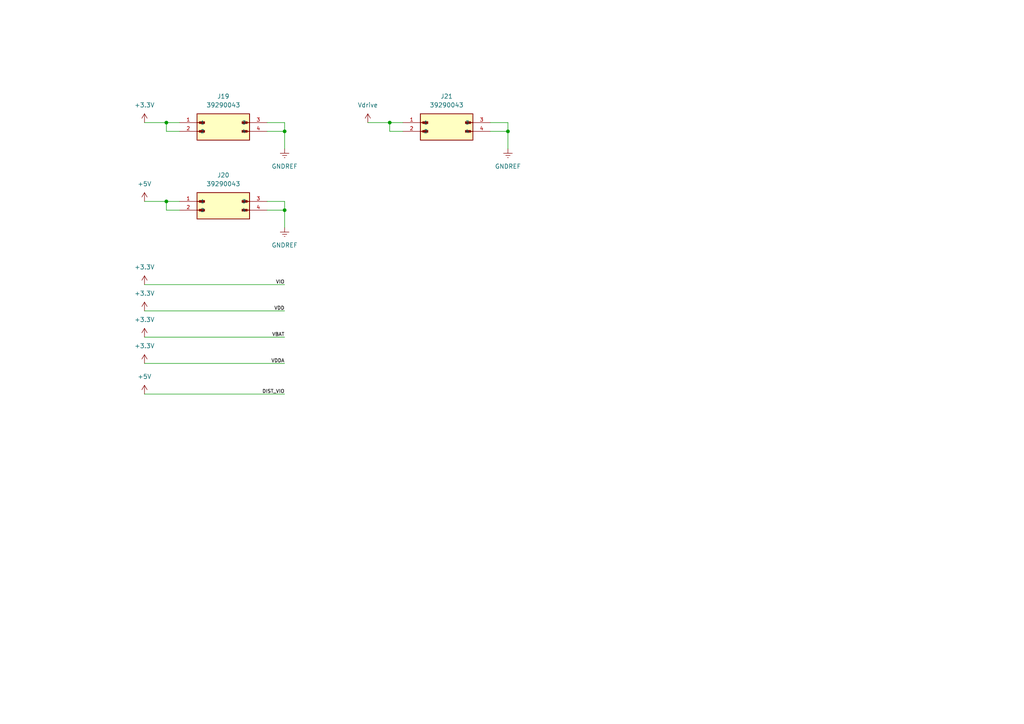
<source format=kicad_sch>
(kicad_sch (version 20230121) (generator eeschema)
  (paper "A4")
  (lib_symbols
    (symbol "MiniFit:39290043" (pin_names (offset 1.016))
      (property "Reference" "J" (at -7.62 3.81 0))
      (property "Value" "39290043" (at -7.62 -7.62 0))
      (symbol "39290043_0_0"
        (rectangle (start -7.62 -5.08) (end 7.62 2.54) (stroke (width 0.254)) (fill (type background)))
        (rectangle (start -6.985 -2.8575) (end -5.3975 -2.2225) (stroke (width 0.1)) (fill (type outline)))
        (rectangle (start -6.985 -0.3175) (end -5.3975 0.3175) (stroke (width 0.1)) (fill (type outline)))
        (polyline (pts (xy -7.62 -2.54) (xy -5.715 -2.54)) (stroke (width 0.254)))
        (polyline (pts (xy -7.62 0) (xy -5.715 0)) (stroke (width 0.254)))
        (polyline (pts (xy 7.62 -2.54) (xy 5.715 -2.54)) (stroke (width 0.254)))
        (polyline (pts (xy 7.62 0) (xy 5.715 0)) (stroke (width 0.254)))
        (rectangle (start 5.3975 -2.8575) (end 6.985 -2.2225) (stroke (width 0.1)) (fill (type outline)))
        (rectangle (start 5.3975 -0.3175) (end 6.985 0.3175) (stroke (width 0.1)) (fill (type outline)))
        (pin passive line (at -12.7 0 0) (length 5.08) (name "1") (number "1"))
        (pin passive line (at -12.7 -2.54 0) (length 5.08) (name "2") (number "2"))
        (pin passive line (at 12.7 0 180) (length 5.08) (name "3") (number "3"))
        (pin passive line (at 12.7 -2.54 180) (length 5.08) (name "4") (number "4"))
      )
    )
    (symbol "power:+3.3V" (power) (pin_names (offset 0))
      (property "Value" "+3.3V" (at 0 3.556 0))
      (symbol "+3.3V_0_1"
        (polyline (pts (xy -0.762 1.27) (xy 0 2.54)))
        (polyline (pts (xy 0 0) (xy 0 2.54)))
        (polyline (pts (xy 0 2.54) (xy 0.762 1.27)))
      )
      (symbol "+3.3V_1_1"
        (pin power_in line (at 0 0 90) (length 0) hide (name "+3.3V") (number "1"))
      )
    )
    (symbol "power:+5V" (power) (pin_names (offset 0))
      (property "Value" "+5V" (at 0 3.556 0))
      (symbol "+5V_0_1"
        (polyline (pts (xy -0.762 1.27) (xy 0 2.54)))
        (polyline (pts (xy 0 0) (xy 0 2.54)))
        (polyline (pts (xy 0 2.54) (xy 0.762 1.27)))
      )
      (symbol "+5V_1_1"
        (pin power_in line (at 0 0 90) (length 0) hide (name "+5V") (number "1"))
      )
    )
    (symbol "power:GNDREF" (power) (pin_names (offset 0))
      (property "Value" "GND" (at 0 -3.81 0))
      (symbol "GNDREF_0_1"
        (polyline (pts (xy -0.635 -1.905) (xy 0.635 -1.905)))
        (polyline (pts (xy -0.127 -2.54) (xy 0.127 -2.54)))
        (polyline (pts (xy 0 -1.27) (xy 0 0)))
        (polyline (pts (xy 1.27 -1.27) (xy -1.27 -1.27)))
      )
      (symbol "GNDREF_1_1"
        (pin power_in line (at 0 0 270) (length 0) hide (name "GNDREF") (number "1"))
      )
    )
    (symbol "power:Vdrive" (power) (pin_names (offset 0))
      (property "Value" "Vdrive" (at 0 3.81 0))
      (symbol "Vdrive_0_1"
        (polyline (pts (xy -0.762 1.27) (xy 0 2.54)))
        (polyline (pts (xy 0 0) (xy 0 2.54)))
        (polyline (pts (xy 0 2.54) (xy 0.762 1.27)))
      )
      (symbol "Vdrive_1_1"
        (pin power_in line (at 0 0 90) (length 0) hide (name "Vdrive") (number "1"))
      )
    )
  )
  (junction (at 82.55 38.1))
  (junction (at 82.55 60.96))
  (junction (at 147.32 38.1))
  (junction (at 48.26 58.42))
  (junction (at 48.26 35.56))
  (junction (at 113.03 35.56))
  (wire (pts (xy 147.32 35.56) (xy 147.32 38.1)))
  (wire (pts (xy 142.24 35.56) (xy 147.32 35.56)))
  (wire (pts (xy 48.26 35.56) (xy 52.07 35.56)))
  (wire (pts (xy 77.47 60.96) (xy 82.55 60.96)))
  (wire (pts (xy 113.03 35.56) (xy 116.84 35.56)))
  (wire (pts (xy 41.91 105.41) (xy 82.55 105.41)))
  (wire (pts (xy 41.91 82.55) (xy 82.55 82.55)))
  (wire (pts (xy 41.91 97.79) (xy 82.55 97.79)))
  (wire (pts (xy 41.91 90.17) (xy 82.55 90.17)))
  (wire (pts (xy 106.68 35.56) (xy 113.03 35.56)))
  (wire (pts (xy 41.91 35.56) (xy 48.26 35.56)))
  (wire (pts (xy 41.91 114.3) (xy 82.55 114.3)))
  (wire (pts (xy 41.91 58.42) (xy 48.26 58.42)))
  (wire (pts (xy 82.55 60.96) (xy 82.55 66.04)))
  (wire (pts (xy 77.47 35.56) (xy 82.55 35.56)))
  (wire (pts (xy 113.03 38.1) (xy 113.03 35.56)))
  (wire (pts (xy 82.55 35.56) (xy 82.55 38.1)))
  (wire (pts (xy 116.84 38.1) (xy 113.03 38.1)))
  (wire (pts (xy 52.07 38.1) (xy 48.26 38.1)))
  (wire (pts (xy 142.24 38.1) (xy 147.32 38.1)))
  (wire (pts (xy 77.47 58.42) (xy 82.55 58.42)))
  (wire (pts (xy 48.26 60.96) (xy 48.26 58.42)))
  (wire (pts (xy 82.55 38.1) (xy 82.55 43.18)))
  (wire (pts (xy 48.26 58.42) (xy 52.07 58.42)))
  (wire (pts (xy 48.26 38.1) (xy 48.26 35.56)))
  (wire (pts (xy 147.32 38.1) (xy 147.32 43.18)))
  (wire (pts (xy 77.47 38.1) (xy 82.55 38.1)))
  (wire (pts (xy 82.55 58.42) (xy 82.55 60.96)))
  (wire (pts (xy 52.07 60.96) (xy 48.26 60.96)))
  (label "VIO" (at 82.55 82.55 180) (effects (font (size 1 1))))
  (label "DIST_VIO" (at 82.55 114.3 180) (effects (font (size 1 1))))
  (label "VDD" (at 82.55 90.17 180) (effects (font (size 1 1))))
  (label "VBAT" (at 82.55 97.79 180) (effects (font (size 1 1))))
  (label "VDDA" (at 82.55 105.41 180) (effects (font (size 1 1))))
  (symbol (lib_id "MiniFit:39290043") (at 64.77 58.42 0) (unit 1)
    (property "Reference" "J20" (at 64.77 50.8 0))
    (property "Value" "39290043" (at 64.77 53.34 0))
    (property "Footprint" "39290043:MOLEX_39290043" (effects hide))
    (property "MF" "Molex" (effects hide))
    (property "MAXIMUM_PACKAGE_HEIGHT" "12.80mm" (effects hide))
    (property "Package" "None" (effects hide))
    (property "Price" "None" (effects hide))
    (property "Check_prices" "https://www.snapeda.com/parts/39-29-0043/Molex/view-part/?ref=eda" (effects hide))
    (property "STANDARD" "Manufacturer Recommendations" (effects hide))
    (property "PARTREV" "M4" (effects hide))
    (property "SnapEDA_Link" "https://www.snapeda.com/parts/39-29-0043/Molex/view-part/?ref=snap" (effects hide))
    (property "MP" "39-29-0043" (effects hide))
    (property "Purchase-URL" "https://www.snapeda.com/api/url_track_click_mouser/?unipart_id=621584&manufacturer=Molex&part_name=39-29-0043&search_term=power connector minifit" (effects hide))
    (property "Description" "\nMini-Fit Jr. 4.2mm Header dual Gold 4way | Molex Incorporated 39-29-0043\n" (effects hide))
    (property "Availability" "In Stock" (effects hide))
    (property "MANUFACTURER" "Molex" (effects hide))
  )
  (symbol (lib_id "power:+3.3V") (at 41.91 90.17 0) (unit 1)
    (property "Reference" "#PWR038" (effects hide))
    (property "Value" "+3.3V" (at 41.91 85.09 0))
  )
  (symbol (lib_id "power:+3.3V") (at 41.91 82.55 0) (unit 1)
    (property "Reference" "#PWR037" (effects hide))
    (property "Value" "+3.3V" (at 41.91 77.47 0))
  )
  (symbol (lib_id "power:+3.3V") (at 41.91 35.56 0) (unit 1)
    (property "Reference" "#PWR034" (effects hide))
    (property "Value" "+3.3V" (at 41.91 30.48 0))
  )
  (symbol (lib_id "power:+3.3V") (at 41.91 97.79 0) (unit 1)
    (property "Reference" "#PWR039" (effects hide))
    (property "Value" "+3.3V" (at 41.91 92.71 0))
  )
  (symbol (lib_id "power:+3.3V") (at 41.91 105.41 0) (unit 1)
    (property "Reference" "#PWR040" (effects hide))
    (property "Value" "+3.3V" (at 41.91 100.33 0))
  )
  (symbol (lib_id "MiniFit:39290043") (at 129.54 35.56 0) (unit 1)
    (property "Reference" "J21" (at 129.54 27.94 0))
    (property "Value" "39290043" (at 129.54 30.48 0))
    (property "Footprint" "39290043:MOLEX_39290043" (effects hide))
    (property "MF" "Molex" (effects hide))
    (property "MAXIMUM_PACKAGE_HEIGHT" "12.80mm" (effects hide))
    (property "Package" "None" (effects hide))
    (property "Price" "None" (effects hide))
    (property "Check_prices" "https://www.snapeda.com/parts/39-29-0043/Molex/view-part/?ref=eda" (effects hide))
    (property "STANDARD" "Manufacturer Recommendations" (effects hide))
    (property "PARTREV" "M4" (effects hide))
    (property "SnapEDA_Link" "https://www.snapeda.com/parts/39-29-0043/Molex/view-part/?ref=snap" (effects hide))
    (property "MP" "39-29-0043" (effects hide))
    (property "Purchase-URL" "https://www.snapeda.com/api/url_track_click_mouser/?unipart_id=621584&manufacturer=Molex&part_name=39-29-0043&search_term=power connector minifit" (effects hide))
    (property "Description" "\nMini-Fit Jr. 4.2mm Header dual Gold 4way | Molex Incorporated 39-29-0043\n" (effects hide))
    (property "Availability" "In Stock" (effects hide))
    (property "MANUFACTURER" "Molex" (effects hide))
  )
  (symbol (lib_id "power:GNDREF") (at 147.32 43.18 0) (unit 1)
    (property "Reference" "#PWR04" (effects hide))
    (property "Value" "GND" (at 147.32 48.26 0))
    (instances (project "rvisitor_module_board_v1" (path "" (reference "#PWR04") (unit 1)) (path "" (reference "#PWR010") (unit 1)) (path "" (reference "#PWR042") (unit 1))))
  )
  (symbol (lib_id "power:GNDREF") (at 82.55 43.18 0) (unit 1)
    (property "Reference" "#PWR04" (effects hide))
    (property "Value" "GND" (at 82.55 48.26 0))
    (instances (project "rvisitor_module_board_v1" (path "" (reference "#PWR04") (unit 1)) (path "" (reference "#PWR010") (unit 1)) (path "" (reference "#PWR033") (unit 1))))
  )
  (symbol (lib_id "MiniFit:39290043") (at 64.77 35.56 0) (unit 1)
    (property "Reference" "J19" (at 64.77 27.94 0))
    (property "Value" "39290043" (at 64.77 30.48 0))
    (property "Footprint" "39290043:MOLEX_39290043" (effects hide))
    (property "MF" "Molex" (effects hide))
    (property "MAXIMUM_PACKAGE_HEIGHT" "12.80mm" (effects hide))
    (property "Package" "None" (effects hide))
    (property "Price" "None" (effects hide))
    (property "Check_prices" "https://www.snapeda.com/parts/39-29-0043/Molex/view-part/?ref=eda" (effects hide))
    (property "STANDARD" "Manufacturer Recommendations" (effects hide))
    (property "PARTREV" "M4" (effects hide))
    (property "SnapEDA_Link" "https://www.snapeda.com/parts/39-29-0043/Molex/view-part/?ref=snap" (effects hide))
    (property "MP" "39-29-0043" (effects hide))
    (property "Purchase-URL" "https://www.snapeda.com/api/url_track_click_mouser/?unipart_id=621584&manufacturer=Molex&part_name=39-29-0043&search_term=power connector minifit" (effects hide))
    (property "Description" "\nMini-Fit Jr. 4.2mm Header dual Gold 4way | Molex Incorporated 39-29-0043\n" (effects hide))
    (property "Availability" "In Stock" (effects hide))
    (property "MANUFACTURER" "Molex" (effects hide))
  )
  (symbol (lib_id "power:+5V") (at 41.91 114.3 0) (unit 1)
    (property "Reference" "#PWR026" (effects hide))
    (property "Value" "+5V" (at 41.91 109.22 0))
  )
  (symbol (lib_id "power:GNDREF") (at 82.55 66.04 0) (unit 1)
    (property "Reference" "#PWR04" (effects hide))
    (property "Value" "GND" (at 82.55 71.12 0))
    (instances (project "rvisitor_module_board_v1" (path "" (reference "#PWR04") (unit 1)) (path "" (reference "#PWR010") (unit 1)) (path "" (reference "#PWR036") (unit 1))))
  )
  (symbol (lib_id "power:+5V") (at 41.91 58.42 0) (unit 1)
    (property "Reference" "#PWR035" (effects hide))
    (property "Value" "+5V" (at 41.91 53.34 0))
  )
  (symbol (lib_id "power:Vdrive") (at 106.68 35.56 0) (unit 1)
    (property "Reference" "#PWR09" (effects hide))
    (property "Value" "Vdrive" (at 106.68 30.48 0))
    (instances (project "rvisitor_module_board_v1" (path "" (reference "#PWR09") (unit 1)) (path "" (reference "#PWR041") (unit 1))))
  )
)
</source>
